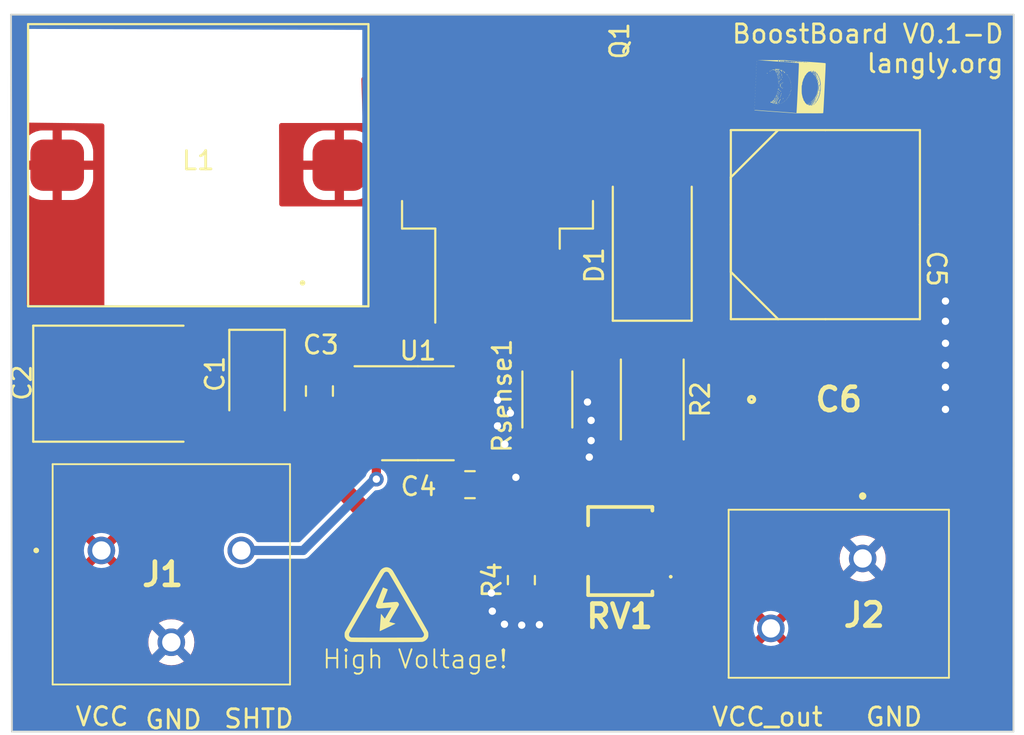
<source format=kicad_pcb>
(kicad_pcb (version 20240108) (generator "pcbnew") (generator_version "8.0")
  (layers (0 "F.Cu" signal) (31 "B.Cu" signal) (34 "B.Paste" user) (35 "F.Paste" user) (36 "B.SilkS" user "B.Silkscreen") (37 "F.SilkS" user "F.Silkscreen") (38 "B.Mask" user) (39 "F.Mask" user) (44 "Edge.Cuts" user))
  (net 0 "")
  (net 1 "Net-(U1-REF)")
  (net 2 "/I_OUT")
  (net 3 "Net-(J1-Pin_3)")
  (net 4 "FB")
  (net 5 "toggle")
  (net 6 "Net-(R4-Pad1)")
  (net 7 "/VCC")
  (net 8 "/GND")
  (net 9 "/VCC_OUT")
  (net 10 "CS")
  (footprint "LIB_OWN:ECWU_B" (layer "F.Cu") (at 135.89 60.96)
    (property "Reference" "C6" (at 0 0 360) (layer "F.SilkS") (effects (font (size 1.27 1.27) (thickness 0.254))))
    (property "Value" "100n, 250v" (hide yes))
    (pad "1" smd rect (at -2.9 0) (size 2 4.6) (layers "F.Cu" "F.Paste" "F.Mask") (net 9 "/VCC_OUT"))
    (pad "2" smd rect (at 2.9 0) (size 2 4.6) (layers "F.Cu" "F.Paste" "F.Mask") (net 8 "/GND"))
  )
  (footprint "Capacitor_Tantalum_SMD:CP_EIA-7361-38_AVX-V_Pad2.18x3.30mm_HandSolder" (layer "F.Cu") (at 96.545 60.1)
    (property "Reference" "C2" (at -5.145 -0.0525 90) (layer "F.SilkS"))
    (property "Value" "100uf, 35V")
    (pad "1" smd roundrect (at -3.1875 0) (size 2.175 3.3) (layers "F.Cu" "F.Paste" "F.Mask") (roundrect_rratio 0.1149429885) (net 7 "/VCC"))
    (pad "2" smd roundrect (at 3.1875 0) (size 2.175 3.3) (layers "F.Cu" "F.Paste" "F.Mask") (roundrect_rratio 0.1149429885) (net 8 "/GND"))
  )
  (footprint "LIB_OWN:3214W1502E" (layer "F.Cu") (at 123.9858 69.215 180)
    (property "Reference" "RV1" (at 0.033798 -3.555998 0) (layer "F.SilkS") (effects (font (size 1.27 1.27) (thickness 0.254))))
    (property "Value" "R_Potentiometer" (hide yes))
    (pad "1" smd rect (at -1.45 -1.25 270) (size 1.3 1.6) (layers "F.Cu" "F.Paste" "F.Mask") (net 4 "FB"))
    (pad "2" smd rect (at 1.45 0 180) (size 1.6 2) (layers "F.Cu" "F.Paste" "F.Mask") (net 6 "Net-(R4-Pad1)"))
    (pad "3" smd rect (at -1.45 1.25 270) (size 1.3 1.6) (layers "F.Cu" "F.Paste" "F.Mask") (net 6 "Net-(R4-Pad1)"))
  )
  (footprint "Capacitor_Tantalum_SMD:CP_EIA-3528-21_Kemet-B_Pad1.50x2.35mm_HandSolder" (layer "F.Cu") (at 104.2 59.8 -90)
    (property "Reference" "C1" (at -0.2282 2.2864 90) (layer "F.SilkS"))
    (property "Value" "10uF, 25V")
    (pad "1" smd roundrect (at -1.625 0 270) (size 1.5 2.35) (layers "F.Cu" "F.Paste" "F.Mask") (roundrect_rratio 0.1666673333) (net 7 "/VCC"))
    (pad "2" smd roundrect (at 1.625 0 270) (size 1.5 2.35) (layers "F.Cu" "F.Paste" "F.Mask") (roundrect_rratio 0.1666673333) (net 8 "/GND"))
  )
  (footprint "Capacitor_SMD:C_0805_2012Metric" (layer "F.Cu") (at 115.8 65.6)
    (property "Reference" "C4" (at -2.8 0.1 360) (layer "F.SilkS"))
    (property "Value" "100nF")
    (pad "1" smd roundrect (at -0.95 0) (size 1 1.45) (layers "F.Cu" "F.Paste" "F.Mask") (net 1 "Net-(U1-REF)"))
    (pad "2" smd roundrect (at 0.95 0) (size 1 1.45) (layers "F.Cu" "F.Paste" "F.Mask") (net 8 "/GND"))
  )
  (footprint "LOGO" (layer "F.Cu") (at 111.252 72.136)
    (property "Reference" "G***" (hide yes))
    (property "Value" "LOGO" (hide yes))
  )
  (footprint "Resistor_SMD:R_2512_6332Metric" (layer "F.Cu") (at 125.73 60.96 -90)
    (property "Reference" "R2" (at 0 -2.62 90) (layer "F.SilkS"))
    (property "Value" "1M5, 250V")
    (pad "1" smd roundrect (at -2.9625 0 270) (size 1.225 3.35) (layers "F.Cu" "F.Paste" "F.Mask") (roundrect_rratio 0.2040816327) (net 9 "/VCC_OUT"))
    (pad "2" smd roundrect (at 2.9625 0 270) (size 1.225 3.35) (layers "F.Cu" "F.Paste" "F.Mask") (roundrect_rratio 0.2040816327) (net 4 "FB"))
  )
  (footprint "Diode_SMD:D_SMB_Handsoldering" (layer "F.Cu") (at 125.73 52.07 90)
    (property "Reference" "D1" (at -1.58 -3.155 270) (layer "F.SilkS"))
    (property "Value" "ES2F")
    (pad "1" smd rect (at -2.7 0 90) (size 3.5 2.3) (layers "F.Cu" "F.Paste" "F.Mask") (net 9 "/VCC_OUT"))
    (pad "2" smd rect (at 2.7 0 90) (size 3.5 2.3) (layers "F.Cu" "F.Paste" "F.Mask") (net 2 "/I_OUT"))
  )
  (footprint "Resistor_SMD:R_2010_5025Metric_Pad1.40x2.65mm_HandSolder" (layer "F.Cu") (at 120.015 60.96 -90)
    (property "Reference" "Rsense1" (at -0.2032 2.4638 90) (layer "F.SilkS"))
    (property "Value" "0R050")
    (pad "1" smd roundrect (at -2.4 0 270) (size 1.4 2.65) (layers "F.Cu" "F.Paste" "F.Mask") (roundrect_rratio 0.1785707143) (net 10 "CS"))
    (pad "2" smd roundrect (at 2.4 0 270) (size 1.4 2.65) (layers "F.Cu" "F.Paste" "F.Mask") (roundrect_rratio 0.1785707143) (net 8 "/GND"))
  )
  (footprint "Package_SO:SOIC-8-1EP_3.9x4.9mm_P1.27mm_EP2.29x3mm" (layer "F.Cu") (at 112.965 61.71)
    (property "Reference" "U1" (at 0 -3.4 0) (layer "F.SilkS"))
    (property "Value" "MAX1771ESA")
    (pad "1" smd roundrect (at -2.475 -1.905) (size 1.95 0.6) (layers "F.Cu" "F.Paste" "F.Mask") (net 5 "toggle"))
    (pad "2" smd roundrect (at -2.475 -0.635) (size 1.95 0.6) (layers "F.Cu" "F.Paste" "F.Mask") (net 7 "/VCC"))
    (pad "3" smd roundrect (at -2.475 0.635) (size 1.95 0.6) (layers "F.Cu" "F.Paste" "F.Mask") (net 4 "FB"))
    (pad "4" smd roundrect (at -2.475 1.905) (size 1.95 0.6) (layers "F.Cu" "F.Paste" "F.Mask") (net 3 "Net-(J1-Pin_3)"))
    (pad "5" smd roundrect (at 2.475 1.905) (size 1.95 0.6) (layers "F.Cu" "F.Paste" "F.Mask") (net 1 "Net-(U1-REF)"))
    (pad "6" smd roundrect (at 2.475 0.635) (size 1.95 0.6) (layers "F.Cu" "F.Paste" "F.Mask") (net 8 "/GND"))
    (pad "7" smd roundrect (at 2.475 -0.635) (size 1.95 0.6) (layers "F.Cu" "F.Paste" "F.Mask") (net 8 "/GND"))
    (pad "8" smd roundrect (at 2.475 -1.905) (size 1.95 0.6) (layers "F.Cu" "F.Paste" "F.Mask") (net 10 "CS"))
    (pad "9" smd rect (at 0 0) (size 2.29 3) (layers "F.Cu" "F.Mask"))
  )
  (footprint "LIB_OWN:691412320002" (layer "F.Cu") (at 137.19 69.62 90)
    (property "Reference" "J2" (at -3.08 0.085 180) (layer "F.SilkS") (effects (font (size 1.27 1.27) (thickness 0.254))))
    (property "Value" "Conn_01x02" (hide yes))
    (pad "1" thru_hole circle (at 0 0 90) (size 1.5 1.5) (drill 1) (layers "*.Cu" "*.Mask") (net 8 "/GND"))
    (pad "2" thru_hole circle (at -3.81 -5 90) (size 1.5 1.5) (drill 1) (layers "*.Cu" "*.Mask") (net 9 "/VCC_OUT"))
  )
  (footprint "LOGO" (layer "F.Cu") (at 133.25 43.9)
    (property "Reference" "G***" (hide yes))
    (property "Value" "LOGO" (hide yes))
  )
  (footprint "LIB_OWN:691412320003" (layer "F.Cu") (at 95.7225 69.185 180)
    (property "Reference" "J1" (at -3.338 -1.3 180) (layer "F.SilkS") (effects (font (size 1.27 1.27) (thickness 0.254))))
    (property "Value" "Conn_01x03" (hide yes))
    (pad "1" thru_hole circle (at 0 0 180) (size 1.5 1.5) (drill 1) (layers "*.Cu" "*.Mask") (net 7 "/VCC"))
    (pad "2" thru_hole circle (at -3.81 -5 180) (size 1.5 1.5) (drill 1) (layers "*.Cu" "*.Mask") (net 8 "/GND"))
    (pad "3" thru_hole circle (at -7.62 0 180) (size 1.5 1.5) (drill 1) (layers "*.Cu" "*.Mask") (net 3 "Net-(J1-Pin_3)"))
  )
  (footprint "Resistor_SMD:R_0805_2012Metric_Pad1.20x1.40mm_HandSolder" (layer "F.Cu") (at 118.6 70.8 -90)
    (property "Reference" "R4" (at 0 1.6 90) (layer "F.SilkS"))
    (property "Value" "10k")
    (pad "1" smd roundrect (at -1 0 270) (size 1.2 1.4) (layers "F.Cu" "F.Paste" "F.Mask") (roundrect_rratio 0.2083333333) (net 6 "Net-(R4-Pad1)"))
    (pad "2" smd roundrect (at 1 0 270) (size 1.2 1.4) (layers "F.Cu" "F.Paste" "F.Mask") (roundrect_rratio 0.2083333333) (net 8 "/GND"))
  )
  (footprint "Capacitor_SMD:Panasonic-G17" (layer "F.Cu") (at 135.16 51.435 -90)
    (property "Reference" "C5" (at 2.4 -6.05 -90) (layer "F.SilkS"))
    (property "Value" "10u7, 250V")
    (pad "1" smd roundrect (at 0 4.35 270) (size 2 4.1) (layers "F.Cu" "F.Paste" "F.Mask") (net 9 "/VCC_OUT"))
    (pad "2" smd roundrect (at 0 -4.35 270) (size 2 4.1) (layers "F.Cu" "F.Paste" "F.Mask") (net 8 "/GND"))
  )
  (footprint "Package_TO_SOT_SMD:TO-263-3_TabPin2" (layer "F.Cu") (at 117.3 48.7 90)
    (property "Reference" "Q1" (at 7.275 6.65 270) (layer "F.SilkS"))
    (property "Value" "IRF740")
    (pad "1" smd rect (at -5.775 -2.54 90) (size 4.6 1.1) (layers "F.Cu" "F.Paste" "F.Mask") (net 5 "toggle"))
    (pad "2" smd rect (at -5.775 0 90) (size 4.6 1.1) (layers "F.Cu" "F.Paste" "F.Mask") (net 2 "/I_OUT"))
    (pad "2" smd rect (at 3.375 0 90) (size 9.4 10.8) (layers "F.Cu" "F.Mask") (net 2 "/I_OUT"))
    (pad "3" smd rect (at -5.775 2.54 90) (size 4.6 1.1) (layers "F.Cu" "F.Paste" "F.Mask") (net 10 "CS"))
  )
  (footprint "Inductor_SMD:B82479A1" (layer "F.Cu") (at 101 48.2)
    (property "Reference" "L1" (at 0 -0.254 0) (layer "F.SilkS"))
    (property "Value" "100uH")
    (pad "1" smd roundrect (at -7.685 0) (size 2.92 2.79) (layers "F.Cu" "F.Paste" "F.Mask") (net 7 "/VCC"))
    (pad "2" smd roundrect (at 7.685 0) (size 2.92 2.79) (layers "F.Cu" "F.Paste" "F.Mask") (net 2 "/I_OUT"))
  )
  (footprint "Capacitor_SMD:C_0805_2012Metric" (layer "F.Cu") (at 107.6 60.5 -90)
    (property "Reference" "C3" (at -2.514599 -0.076199 180) (layer "F.SilkS"))
    (property "Value" "100nF")
    (pad "1" smd roundrect (at -0.95 0 270) (size 1 1.45) (layers "F.Cu" "F.Paste" "F.Mask") (net 7 "/VCC"))
    (pad "2" smd roundrect (at 0.95 0 270) (size 1 1.45) (layers "F.Cu" "F.Paste" "F.Mask") (net 8 "/GND"))
  )
  (gr_circle (center 106.68 54.61) (end 106.68 54.61) (stroke (width 0.15)) (fill none) (layer "F.SilkS"))
  (gr_line (start 90.8 40) (end 145.415 40) (stroke (width 0.1)) (layer "Edge.Cuts"))
  (gr_line (start 90.85 79.05) (end 90.8 40) (stroke (width 0.1)) (layer "Edge.Cuts"))
  (gr_line (start 145.415 40) (end 145.4 79.05) (stroke (width 0.1)) (layer "Edge.Cuts"))
  (gr_line (start 145.4 79.05) (end 90.85 79.05) (stroke (width 0.1)) (layer "Edge.Cuts"))
  (gr_text "SHTD" (at 104.3 78.349998 0) (layer "F.SilkS") (effects (font (size 1 1))))
  (gr_text "VCC_out\n" (at 132 78.249998 0) (layer "F.SilkS") (effects (font (size 1 1))))
  (gr_text "GND" (at 99.65 78.399998 0) (layer "F.SilkS") (effects (font (size 1 1))))
  (gr_text "VCC" (at 95.758 78.231998 0) (layer "F.SilkS") (effects (font (size 1 1))))
  (gr_text "GND" (at 138.9 78.25 0) (layer "F.SilkS") (effects (font (size 1 1))))
  (gr_text "BoostBoard V0.1-D\nlangly.org" (at 144.95 41.85 0) (layer "F.SilkS") (effects (font (size 1 1)) (justify right)))
  (gr_text "High Voltage!" (at 107.696 75.692 0) (layer "F.SilkS") (effects (font (size 1 1) (thickness 0.1)) (justify left bottom)))
  (segment (start 114.85 65.6) (end 114.85 64.205) (width 0.5) (layer "F.Cu") (net 1))
  (segment (start 114.85 64.205) (end 115.44 63.615) (width 0.5) (layer "F.Cu") (net 1))
  (segment (start 110.7 65.3) (end 110.7 63.825) (width 0.5) (layer "F.Cu") (net 3))
  (segment (start 110.7 63.825) (end 110.49 63.615) (width 0.5) (layer "F.Cu") (net 3))
  (via (at 110.7 65.3) (size 0.8) (drill 0.4) (layers "F.Cu" "B.Cu") (net 3))
  (segment (start 103.3425 69.185) (end 106.715 69.185) (width 0.5) (layer "B.Cu") (net 3))
  (segment (start 106.715 69.185) (end 110.6 65.3) (width 0.5) (layer "B.Cu") (net 3))
  (segment (start 110.6 65.3) (end 110.7 65.3) (width 0.5) (layer "B.Cu") (net 3))
  (segment (start 108.2 65.2) (end 108.2 63.660001) (width 1) (layer "F.Cu") (net 4))
  (segment (start 109.515001 62.345) (end 110.49 62.345) (width 1) (layer "F.Cu") (net 4))
  (segment (start 126.135 70.465) (end 127.2 69.4) (width 1) (layer "F.Cu") (net 4))
  (segment (start 108.2 63.660001) (end 109.515001 62.345) (width 1) (layer "F.Cu") (net 4))
  (segment (start 125.73 63.9225) (end 124.2525 65.4) (width 1) (layer "F.Cu") (net 4))
  (segment (start 124.2525 65.4) (end 120.655 65.4) (width 1) (layer "F.Cu") (net 4))
  (segment (start 118.237 67.818) (end 110.818 67.818) (width 1) (layer "F.Cu") (net 4))
  (segment (start 127.2 69.4) (end 127.2 65.3925) (width 1) (layer "F.Cu") (net 4))
  (segment (start 110.818 67.818) (end 108.2 65.2) (width 1) (layer "F.Cu") (net 4))
  (segment (start 125.4358 70.465) (end 126.135 70.465) (width 1) (layer "F.Cu") (net 4))
  (segment (start 120.655 65.4) (end 118.237 67.818) (width 1) (layer "F.Cu") (net 4))
  (segment (start 127.2 65.3925) (end 125.73 63.9225) (width 1) (layer "F.Cu") (net 4))
  (segment (start 123.7858 67.965) (end 122.5358 69.215) (width 1) (layer "F.Cu") (net 6))
  (segment (start 119.185 69.215) (end 118.6 69.8) (width 1) (layer "F.Cu") (net 6))
  (segment (start 125.4358 67.965) (end 123.7858 67.965) (width 1) (layer "F.Cu") (net 6))
  (segment (start 122.5358 69.215) (end 119.185 69.215) (width 1) (layer "F.Cu") (net 6))
  (segment (start 109.125 61.075) (end 110.49 61.075) (width 0.5) (layer "F.Cu") (net 7))
  (segment (start 104.2 58.175) (end 102.625 56.6) (width 1) (layer "F.Cu") (net 7))
  (segment (start 102.625 56.6) (end 96.8575 56.6) (width 1) (layer "F.Cu") (net 7))
  (segment (start 104.875 58.85) (end 104.2 58.175) (width 1) (layer "F.Cu") (net 7))
  (segment (start 107.6 59.55) (end 109.125 61.075) (width 0.5) (layer "F.Cu") (net 7))
  (segment (start 107.696 58.85) (end 104.875 58.85) (width 1) (layer "F.Cu") (net 7))
  (segment (start 96.8575 56.6) (end 93.3575 60.1) (width 1) (layer "F.Cu") (net 7))
  (segment (start 101.0575 61.425) (end 99.7325 60.1) (width 1) (layer "F.Cu") (net 8))
  (segment (start 104.2 61.425) (end 101.0575 61.425) (width 1) (layer "F.Cu") (net 8))
  (segment (start 104.2 61.425) (end 107.021 61.425) (width 1) (layer "F.Cu") (net 8))
  (via (at 141.7 56.7) (size 0.8) (drill 0.4) (layers "F.Cu" "B.Cu") (net 8))
  (via (at 117.7 63.4) (size 0.8) (drill 0.4) (layers "F.Cu" "B.Cu") (net 8))
  (via (at 141.7 59.1) (size 0.8) (drill 0.4) (layers "F.Cu" "B.Cu") (net 8))
  (via (at 141.7 61.5) (size 0.8) (drill 0.4) (layers "F.Cu" "B.Cu") (net 8))
  (via (at 117.3 61) (size 0.8) (drill 0.4) (layers "F.Cu" "B.Cu") (net 8))
  (via (at 118 61.7) (size 0.8) (drill 0.4) (layers "F.Cu" "B.Cu") (net 8))
  (via (at 118.3 65.2) (size 0.8) (drill 0.4) (layers "F.Cu" "B.Cu") (net 8))
  (via (at 118.618 73.2536) (size 0.8) (drill 0.4) (layers "F.Cu" "B.Cu") (net 8))
  (via (at 122.2 61.1) (size 0.8) (drill 0.4) (layers "F.Cu" "B.Cu") (net 8))
  (via (at 117.3 62.4) (size 0.8) (drill 0.4) (layers "F.Cu" "B.Cu") (net 8))
  (via (at 119.5832 73.2282) (size 0.8) (drill 0.4) (layers "F.Cu" "B.Cu") (net 8))
  (via (at 122.4 62.1) (size 0.8) (drill 0.4) (layers "F.Cu" "B.Cu") (net 8))
  (via (at 122.3 64.1) (size 0.8) (drill 0.4) (layers "F.Cu" "B.Cu") (net 8))
  (via (at 117.6782 73.2028) (size 0.8) (drill 0.4) (layers "F.Cu" "B.Cu") (net 8))
  (via (at 116.967 71.501) (size 0.8) (drill 0.4) (layers "F.Cu" "B.Cu") (net 8))
  (via (at 122.4 63.2) (size 0.8) (drill 0.4) (layers "F.Cu" "B.Cu") (net 8))
  (via (at 141.7 57.9) (size 0.8) (drill 0.4) (layers "F.Cu" "B.Cu") (net 8))
  (via (at 141.7 60.3) (size 0.8) (drill 0.4) (layers "F.Cu" "B.Cu") (net 8))
  (via (at 117.0178 72.4916) (size 0.8) (drill 0.4) (layers "F.Cu" "B.Cu") (net 8))
  (via (at 141.7 55.6) (size 0.8) (drill 0.4) (layers "F.Cu" "B.Cu") (net 8))
  (segment (start 115.44 59.805) (end 118.77 59.805) (width 1) (layer "F.Cu") (net 10))
  (segment (start 119.84 58.385) (end 120.015 58.56) (width 1) (layer "F.Cu") (net 10))
  (segment (start 119.84 54.475) (end 119.84 58.385) (width 1) (layer "F.Cu") (net 10))
  (segment (start 118.77 59.805) (end 120.015 58.56) (width 1) (layer "F.Cu") (net 10))
  (zone (net 8) (net_name "/GND") (layer "F.Cu") (priority 3) (connect_pads (clearance 0)) (min_thickness 0.25) (fill yes (thermal_gap 0.5) (thermal_bridge_width 0.5))
    (polygon (pts (xy 97.5 57.4) (xy 97.5 75.8) (xy 101.5 75.8) (xy 101.7 75.6) (xy 101.7 57.4)))
  )
  (zone (net 8) (net_name "/GND") (layer "F.Cu") (priority 5) (connect_pads (clearance 0)) (min_thickness 0.25) (fill yes (thermal_gap 0.5) (thermal_bridge_width 0.5))
    (polygon (pts (xy 135.5 71.12) (xy 141.3 71.12) (xy 142.3 70.12) (xy 142.367 49.3268) (xy 135.3566 49.3776)))
  )
  (zone (net 7) (net_name "/VCC") (layer "F.Cu") (priority 2) (connect_pads (clearance 0)) (min_thickness 0.25) (fill yes (thermal_gap 0.5) (thermal_bridge_width 0.5))
    (polygon (pts (xy 96.8 70.8) (xy 90.9574 70.8) (xy 91.0844 45.8724) (xy 95.885 45.9232) (xy 95.885 65.9638) (xy 96.9 67.8) (xy 96.9 70.7)))
  )
  (zone (net 2) (net_name "/I_OUT") (layer "F.Cu") (priority 6) (connect_pads (clearance 0)) (min_thickness 0.25) (fill yes (thermal_gap 0.5) (thermal_bridge_width 0.5))
    (polygon (pts (xy 105.41 50.4444) (xy 110.43 50.4444) (xy 110.530259 52) (xy 127.937686 52.01) (xy 127.7112 43.3578) (xy 109.8804 43.3832) (xy 109.9566 45.9) (xy 105.4 45.9)))
  )
  (zone (net 8) (net_name "/GND") (layer "F.Cu") (priority 7) (connect_pads (clearance 0)) (min_thickness 0.25) (fill yes (thermal_gap 0.5) (thermal_bridge_width 0.5))
    (polygon (pts (xy 116.5 70.9422) (xy 120.269 70.9422) (xy 120.269 73.4568) (xy 120.0658 73.6854) (xy 116.75 73.6854) (xy 116.5 73.4822)))
  )
  (zone (net 9) (net_name "/VCC_OUT") (layer "F.Cu") (priority 4) (connect_pads (clearance 0)) (min_thickness 0.25) (fill yes (thermal_gap 0.5) (thermal_bridge_width 0.5))
    (polygon (pts (xy 128.1176 54.56) (xy 128.1684 49.1744) (xy 134.4 49.1744) (xy 134.4 75.3) (xy 134.2 75.5) (xy 129.1 75.5) (xy 129.1 59.9) (xy 123.2 59.899999) (xy 123.1392 54.57)))
  )
  (zone (net 8) (net_name "/GND") (layer "F.Cu") (priority 1) (connect_pads (clearance 0)) (min_thickness 0.25) (fill yes (thermal_gap 0.5) (thermal_bridge_width 0.5))
    (polygon (pts (xy 114.7 60.4) (xy 114.7 63) (xy 116.84 63) (xy 116.88 64.516) (xy 115.697 64.516) (xy 115.697 67.183) (xy 117.729 67.183) (xy 119.9 64.6) (xy 119.9 64.5) (xy 122.9 64.5) (xy 122.9 64.08775) (xy 122.969672 60.769672) (xy 122.2 60.4)))
  )
  (zone (net 5) (net_name "toggle") (layer "F.Cu") (priority 8) (connect_pads (clearance 0)) (min_thickness 0.25) (fill yes (thermal_gap 0.5) (thermal_bridge_width 0.5))
    (polygon (pts (xy 116.24 52.34) (xy 116.22 58) (xy 112 58) (xy 111.6 59.25) (xy 111.5 60.4) (xy 109.3 60.4) (xy 109.2 60.05) (xy 108.65 60.05) (xy 108.6 56.75) (xy 111.25 56.75) (xy 111.25 52.39)))
  )
  (zone (net 8) (net_name "/GND") (layer "B.Cu") (connect_pads (clearance 0)) (min_thickness 0.254) (fill yes (thermal_gap 0.508) (thermal_bridge_width 0.508))
    (polygon (pts (xy 146 79.15) (xy 90.4 79.25) (xy 90.2 39.2) (xy 145.8 39.4)))
  )
  (zone (net 0) (net_name "") (layer "B.Cu") (name "NO_GND_INDUCTOR") (connect_pads (clearance 0)) (min_thickness 0.254)
    (keepout (tracks not_allowed) (vias not_allowed) (pads not_allowed) (copperpour not_allowed) (footprints not_allowed))
    (fill (thermal_gap 0.508) (thermal_bridge_width 0.508))
    (polygon (pts (xy 109.934897 40.826708) (xy 109.934897 55.914308) (xy 91.646897 55.812708) (xy 91.748497 40.826708) (xy 91.799297 40.775908)))
  )
)
</source>
